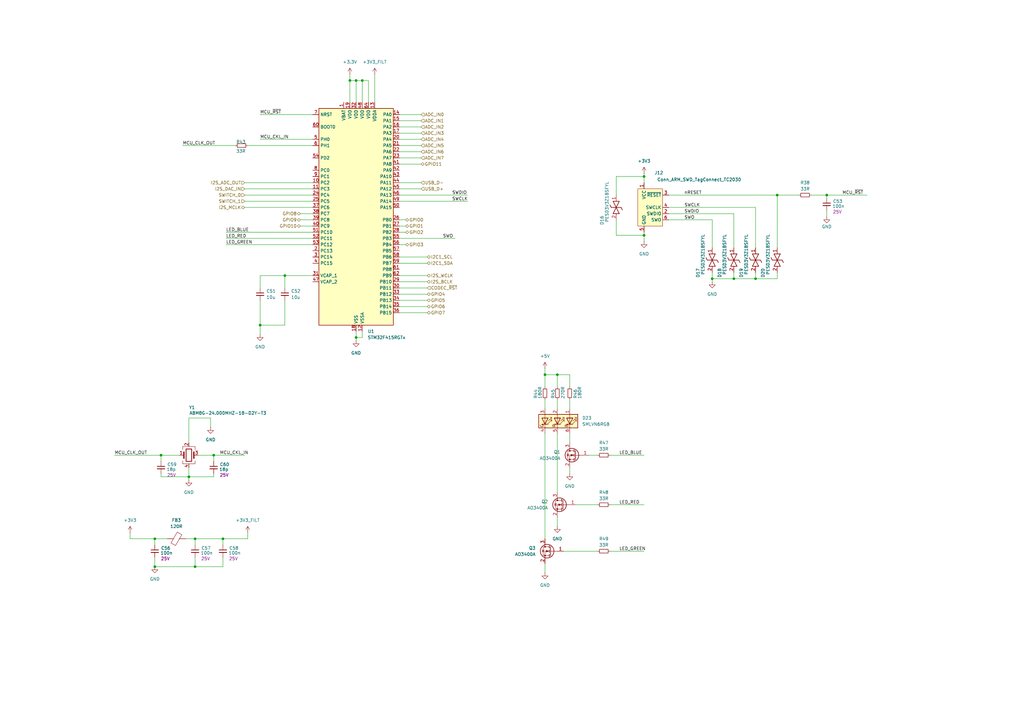
<source format=kicad_sch>
(kicad_sch (version 20231120) (generator "eeschema") (generator_version "8.0")
  (paper "A3")
  (lib_symbols
    (symbol "Chase_Diode:PESD3V3Z1BSFYL" (pin_names hide)
      (property "Reference" "D" (at 5.08 6.35 0))
      (property "Value" "PESD3V3Z1BSFYL" (at 5.08 3.81 0))
      (symbol "PESD3V3Z1BSFYL_1_1"
        (polyline (pts (xy 5.08 1.27) (xy 5.08 -1.27)) (stroke (width 0.254)))
        (polyline (pts (xy 5.08 1.27) (xy 7.62 0)) (stroke (width 0.254)))
        (polyline (pts (xy 7.62 -2.032) (xy 6.604 -2.54)) (stroke (width 0.254)))
        (polyline (pts (xy 7.62 -1.905) (xy 7.62 1.905)) (stroke (width 0.254)))
        (polyline (pts (xy 7.62 0) (xy 5.08 -1.27)) (stroke (width 0.254)))
        (polyline (pts (xy 7.62 0) (xy 10.16 1.27)) (stroke (width 0.254)))
        (polyline (pts (xy 8.636 2.54) (xy 7.62 2.032)) (stroke (width 0.254)))
        (polyline (pts (xy 10.16 -1.27) (xy 7.62 0)) (stroke (width 0.254)))
        (polyline (pts (xy 10.16 -1.27) (xy 10.16 1.27)) (stroke (width 0.254)))
        (pin passive line (at 2.54 0 0) (length 2.54) (name "K1") (number "1"))
        (pin passive line (at 12.7 0 180) (length 2.54) (name "K2") (number "2"))
      )
    )
    (symbol "Connector:Conn_ARM_SWD_TagConnect_TC2030" (in_bom no)
      (property "Reference" "J" (at 2.54 11.43 0))
      (property "Value" "Conn_ARM_SWD_TagConnect_TC2030" (at 5.08 8.89 0))
      (symbol "Conn_ARM_SWD_TagConnect_TC2030_0_0"
        (pin power_in line (at -2.54 10.16 270) (length 2.54) (name "VCC") (number "1"))
        (pin bidirectional line (at 7.62 -2.54 180) (length 2.54) (name "SWDIO") (number "2"))
        (pin open_collector line (at 7.62 5.08 180) (length 2.54) (name "~{RESET}") (number "3"))
        (pin output line (at 7.62 0 180) (length 2.54) (name "SWCLK") (number "4"))
        (pin power_in line (at -2.54 -10.16 90) (length 2.54) (name "GND") (number "5"))
        (pin input line (at 7.62 -5.08 180) (length 2.54) (name "SWO") (number "6"))
      )
      (symbol "Conn_ARM_SWD_TagConnect_TC2030_0_1"
        (rectangle (start -5.08 7.62) (end 5.08 -7.62) (fill (type background)))
      )
    )
    (symbol "Device:C_Small" (pin_numbers hide) (pin_names (offset 0.254) hide)
      (property "Reference" "C" (at 0.254 1.778 0))
      (property "Value" "C_Small" (at 0.254 -2.032 0))
      (symbol "C_Small_0_1"
        (polyline (pts (xy -1.524 -0.508) (xy 1.524 -0.508)) (stroke (width 0.3302)))
        (polyline (pts (xy -1.524 0.508) (xy 1.524 0.508)) (stroke (width 0.3048)))
      )
      (symbol "C_Small_1_1"
        (pin passive line (at 0 2.54 270) (length 2.032) (name "~") (number "1"))
        (pin passive line (at 0 -2.54 90) (length 2.032) (name "~") (number "2"))
      )
    )
    (symbol "Device:Crystal_GND24" (pin_names (offset 1.016) hide)
      (property "Reference" "Y" (at 3.175 5.08 0))
      (property "Value" "Crystal_GND24" (at 3.175 3.175 0))
      (symbol "Crystal_GND24_0_1"
        (rectangle (start -1.143 2.54) (end 1.143 -2.54) (stroke (width 0.3048)))
        (polyline (pts (xy -2.54 0) (xy -2.032 0)))
        (polyline (pts (xy -2.032 -1.27) (xy -2.032 1.27)) (stroke (width 0.508)))
        (polyline (pts (xy 0 -3.81) (xy 0 -3.556)))
        (polyline (pts (xy 0 3.556) (xy 0 3.81)))
        (polyline (pts (xy 2.032 -1.27) (xy 2.032 1.27)) (stroke (width 0.508)))
        (polyline (pts (xy 2.032 0) (xy 2.54 0)))
        (polyline (pts (xy -2.54 -2.286) (xy -2.54 -3.556) (xy 2.54 -3.556) (xy 2.54 -2.286)))
        (polyline (pts (xy -2.54 2.286) (xy -2.54 3.556) (xy 2.54 3.556) (xy 2.54 2.286)))
      )
      (symbol "Crystal_GND24_1_1"
        (pin passive line (at -3.81 0 0) (length 1.27) (name "1") (number "1"))
        (pin passive line (at 0 5.08 270) (length 1.27) (name "2") (number "2"))
        (pin passive line (at 3.81 0 180) (length 1.27) (name "3") (number "3"))
        (pin passive line (at 0 -5.08 90) (length 1.27) (name "4") (number "4"))
      )
    )
    (symbol "Device:FerriteBead" (pin_numbers hide) (pin_names (offset 0))
      (property "Reference" "FB" (at -3.81 0.635 90))
      (property "Value" "FerriteBead" (at 3.81 0 90))
      (symbol "FerriteBead_0_1"
        (polyline (pts (xy 0 -1.27) (xy 0 -1.2192)))
        (polyline (pts (xy 0 1.27) (xy 0 1.2954)))
        (polyline (pts (xy -2.7686 0.4064) (xy -1.7018 2.2606) (xy 2.7686 -0.3048) (xy 1.6764 -2.159) (xy -2.7686 0.4064)))
      )
      (symbol "FerriteBead_1_1"
        (pin passive line (at 0 3.81 270) (length 2.54) (name "~") (number "1"))
        (pin passive line (at 0 -3.81 90) (length 2.54) (name "~") (number "2"))
      )
    )
    (symbol "Device:R_Small" (pin_numbers hide) (pin_names (offset 0.254) hide)
      (property "Reference" "R" (at 0.762 0.508 0))
      (property "Value" "R_Small" (at 0.762 -1.016 0))
      (symbol "R_Small_0_1"
        (rectangle (start -0.762 1.778) (end 0.762 -1.778) (stroke (width 0.2032)))
      )
      (symbol "R_Small_1_1"
        (pin passive line (at 0 2.54 270) (length 0.762) (name "~") (number "1"))
        (pin passive line (at 0 -2.54 90) (length 0.762) (name "~") (number "2"))
      )
    )
    (symbol "LED:SMLVN6RGB" (pin_names (offset 0) hide)
      (property "Reference" "D" (at 0 12.7 0))
      (property "Value" "SMLVN6RGB" (at 0 10.16 0))
      (symbol "SMLVN6RGB_0_0"
        (text "B" (at 1.905 3.81 0) (effects (font (size 1.27 1.27))))
        (text "G" (at 1.905 -6.35 0) (effects (font (size 1.27 1.27))))
        (text "R" (at 1.905 -1.27 0) (effects (font (size 1.27 1.27))))
      )
      (symbol "SMLVN6RGB_0_1"
        (rectangle (start -2.794 8.382) (end 2.794 -7.62) (stroke (width 0.254)) (fill (type background)))
        (rectangle (start -1.27 -1.27) (end -1.27 1.27))
        (rectangle (start -1.27 1.27) (end -1.27 1.27))
        (rectangle (start -1.27 3.81) (end -1.27 6.35))
        (rectangle (start -1.27 6.35) (end -1.27 6.35))
        (polyline (pts (xy -1.27 -5.08) (xy -2.54 -5.08)))
        (polyline (pts (xy -1.27 0) (xy -2.54 0)))
        (polyline (pts (xy -1.27 0) (xy 1.27 0)))
        (polyline (pts (xy -1.27 5.08) (xy -2.54 5.08)))
        (polyline (pts (xy 1.27 -5.08) (xy -1.27 -5.08)))
        (polyline (pts (xy 1.27 -5.08) (xy 2.54 -5.08)))
        (polyline (pts (xy 1.27 -3.81) (xy 1.27 -6.35)) (stroke (width 0.254)))
        (polyline (pts (xy 1.27 0) (xy 2.54 0)))
        (polyline (pts (xy 1.27 1.27) (xy 1.27 -1.27)) (stroke (width 0.254)))
        (polyline (pts (xy 1.27 5.08) (xy -1.27 5.08)))
        (polyline (pts (xy 1.27 5.08) (xy 2.54 5.08)))
        (polyline (pts (xy 1.27 6.35) (xy 1.27 3.81)) (stroke (width 0.254)))
        (polyline (pts (xy 1.27 1.27) (xy 1.27 -1.27) (xy 1.27 -1.27)))
        (polyline (pts (xy 1.27 6.35) (xy 1.27 3.81) (xy 1.27 3.81)))
        (polyline (pts (xy -1.27 -3.81) (xy -1.27 -6.35) (xy 1.27 -5.08) (xy -1.27 -3.81)) (stroke (width 0.254)))
        (polyline (pts (xy -1.27 1.27) (xy -1.27 -1.27) (xy 1.27 0) (xy -1.27 1.27)) (stroke (width 0.254)))
        (polyline (pts (xy -1.27 6.35) (xy -1.27 3.81) (xy 1.27 5.08) (xy -1.27 6.35)) (stroke (width 0.254)))
        (polyline (pts (xy 0 -3.81) (xy -1.524 -2.286) (xy -0.762 -2.286) (xy -1.524 -2.286) (xy -1.524 -3.048)))
        (polyline (pts (xy 0 1.27) (xy -1.524 2.794) (xy -0.762 2.794) (xy -1.524 2.794) (xy -1.524 2.032)))
        (polyline (pts (xy 0 6.35) (xy -1.524 7.874) (xy -0.762 7.874) (xy -1.524 7.874) (xy -1.524 7.112)))
        (polyline (pts (xy 1.016 -3.81) (xy -0.508 -2.286) (xy 0.254 -2.286) (xy -0.508 -2.286) (xy -0.508 -3.048)))
        (polyline (pts (xy 1.016 1.27) (xy -0.508 2.794) (xy 0.254 2.794) (xy -0.508 2.794) (xy -0.508 2.032)))
        (polyline (pts (xy 1.016 6.35) (xy -0.508 7.874) (xy 0.254 7.874) (xy -0.508 7.874) (xy -0.508 7.112)))
      )
      (symbol "SMLVN6RGB_1_1"
        (pin passive line (at -5.08 5.08 0) (length 2.54) (name "BA") (number "1"))
        (pin passive line (at -5.08 0 0) (length 2.54) (name "RA") (number "2"))
        (pin passive line (at -5.08 -5.08 0) (length 2.54) (name "GA") (number "3"))
        (pin passive line (at 5.08 -5.08 180) (length 2.54) (name "GK") (number "4"))
        (pin passive line (at 5.08 0 180) (length 2.54) (name "RK") (number "5"))
        (pin passive line (at 5.08 5.08 180) (length 2.54) (name "BK") (number "6"))
      )
    )
    (symbol "MCU_ST_STM32F4:STM32F415RGTx"
      (property "Reference" "U" (at -15.24 46.99 0))
      (property "Value" "STM32F415RGTx" (at 10.16 46.99 0))
      (symbol "STM32F415RGTx_0_1"
        (rectangle (start -15.24 -43.18) (end 15.24 45.72) (stroke (width 0.254)) (fill (type background)))
      )
      (symbol "STM32F415RGTx_1_1"
        (pin power_in line (at -5.08 48.26 270) (length 2.54) (name "VBAT") (number "1"))
        (pin bidirectional line (at -17.78 15.24 0) (length 2.54) (name "PC2") (number "10"))
        (pin bidirectional line (at -17.78 12.7 0) (length 2.54) (name "PC3") (number "11"))
        (pin power_in line (at 2.54 -45.72 90) (length 2.54) (name "VSSA") (number "12"))
        (pin power_in line (at 7.62 48.26 270) (length 2.54) (name "VDDA") (number "13"))
        (pin bidirectional line (at 17.78 43.18 180) (length 2.54) (name "PA0") (number "14"))
        (pin bidirectional line (at 17.78 40.64 180) (length 2.54) (name "PA1") (number "15"))
        (pin bidirectional line (at 17.78 38.1 180) (length 2.54) (name "PA2") (number "16"))
        (pin bidirectional line (at 17.78 35.56 180) (length 2.54) (name "PA3") (number "17"))
        (pin power_in line (at 0 -45.72 90) (length 2.54) (name "VSS") (number "18"))
        (pin power_in line (at -2.54 48.26 270) (length 2.54) (name "VDD") (number "19"))
        (pin bidirectional line (at -17.78 -12.7 0) (length 2.54) (name "PC13") (number "2"))
        (pin bidirectional line (at 17.78 33.02 180) (length 2.54) (name "PA4") (number "20"))
        (pin bidirectional line (at 17.78 30.48 180) (length 2.54) (name "PA5") (number "21"))
        (pin bidirectional line (at 17.78 27.94 180) (length 2.54) (name "PA6") (number "22"))
        (pin bidirectional line (at 17.78 25.4 180) (length 2.54) (name "PA7") (number "23"))
        (pin bidirectional line (at -17.78 10.16 0) (length 2.54) (name "PC4") (number "24"))
        (pin bidirectional line (at -17.78 7.62 0) (length 2.54) (name "PC5") (number "25"))
        (pin bidirectional line (at 17.78 0 180) (length 2.54) (name "PB0") (number "26"))
        (pin bidirectional line (at 17.78 -2.54 180) (length 2.54) (name "PB1") (number "27"))
        (pin bidirectional line (at 17.78 -5.08 180) (length 2.54) (name "PB2") (number "28"))
        (pin bidirectional line (at 17.78 -25.4 180) (length 2.54) (name "PB10") (number "29"))
        (pin bidirectional line (at -17.78 -15.24 0) (length 2.54) (name "PC14") (number "3"))
        (pin bidirectional line (at 17.78 -27.94 180) (length 2.54) (name "PB11") (number "30"))
        (pin power_out line (at -17.78 -22.86 0) (length 2.54) (name "VCAP_1") (number "31"))
        (pin power_in line (at 0 48.26 270) (length 2.54) (name "VDD") (number "32"))
        (pin bidirectional line (at 17.78 -30.48 180) (length 2.54) (name "PB12") (number "33"))
        (pin bidirectional line (at 17.78 -33.02 180) (length 2.54) (name "PB13") (number "34"))
        (pin bidirectional line (at 17.78 -35.56 180) (length 2.54) (name "PB14") (number "35"))
        (pin bidirectional line (at 17.78 -38.1 180) (length 2.54) (name "PB15") (number "36"))
        (pin bidirectional line (at -17.78 5.08 0) (length 2.54) (name "PC6") (number "37"))
        (pin bidirectional line (at -17.78 2.54 0) (length 2.54) (name "PC7") (number "38"))
        (pin bidirectional line (at -17.78 0 0) (length 2.54) (name "PC8") (number "39"))
        (pin bidirectional line (at -17.78 -17.78 0) (length 2.54) (name "PC15") (number "4"))
        (pin bidirectional line (at -17.78 -2.54 0) (length 2.54) (name "PC9") (number "40"))
        (pin bidirectional line (at 17.78 22.86 180) (length 2.54) (name "PA8") (number "41"))
        (pin bidirectional line (at 17.78 20.32 180) (length 2.54) (name "PA9") (number "42"))
        (pin bidirectional line (at 17.78 17.78 180) (length 2.54) (name "PA10") (number "43"))
        (pin bidirectional line (at 17.78 15.24 180) (length 2.54) (name "PA11") (number "44"))
        (pin bidirectional line (at 17.78 12.7 180) (length 2.54) (name "PA12") (number "45"))
        (pin bidirectional line (at 17.78 10.16 180) (length 2.54) (name "PA13") (number "46"))
        (pin power_out line (at -17.78 -25.4 0) (length 2.54) (name "VCAP_2") (number "47"))
        (pin power_in line (at 2.54 48.26 270) (length 2.54) (name "VDD") (number "48"))
        (pin bidirectional line (at 17.78 7.62 180) (length 2.54) (name "PA14") (number "49"))
        (pin bidirectional line (at -17.78 33.02 0) (length 2.54) (name "PH0") (number "5"))
        (pin bidirectional line (at 17.78 5.08 180) (length 2.54) (name "PA15") (number "50"))
        (pin bidirectional line (at -17.78 -5.08 0) (length 2.54) (name "PC10") (number "51"))
        (pin bidirectional line (at -17.78 -7.62 0) (length 2.54) (name "PC11") (number "52"))
        (pin bidirectional line (at -17.78 -10.16 0) (length 2.54) (name "PC12") (number "53"))
        (pin bidirectional line (at -17.78 25.4 0) (length 2.54) (name "PD2") (number "54"))
        (pin bidirectional line (at 17.78 -7.62 180) (length 2.54) (name "PB3") (number "55"))
        (pin bidirectional line (at 17.78 -10.16 180) (length 2.54) (name "PB4") (number "56"))
        (pin bidirectional line (at 17.78 -12.7 180) (length 2.54) (name "PB5") (number "57"))
        (pin bidirectional line (at 17.78 -15.24 180) (length 2.54) (name "PB6") (number "58"))
        (pin bidirectional line (at 17.78 -17.78 180) (length 2.54) (name "PB7") (number "59"))
        (pin bidirectional line (at -17.78 30.48 0) (length 2.54) (name "PH1") (number "6"))
        (pin input line (at -17.78 38.1 0) (length 2.54) (name "BOOT0") (number "60"))
        (pin bidirectional line (at 17.78 -20.32 180) (length 2.54) (name "PB8") (number "61"))
        (pin bidirectional line (at 17.78 -22.86 180) (length 2.54) (name "PB9") (number "62"))
        (pin passive line (at 0 -45.72 90) (length 2.54) hide (name "VSS") (number "63"))
        (pin power_in line (at 5.08 48.26 270) (length 2.54) (name "VDD") (number "64"))
        (pin input line (at -17.78 43.18 0) (length 2.54) (name "NRST") (number "7"))
        (pin bidirectional line (at -17.78 20.32 0) (length 2.54) (name "PC0") (number "8"))
        (pin bidirectional line (at -17.78 17.78 0) (length 2.54) (name "PC1") (number "9"))
      )
    )
    (symbol "Transistor_FET:AO3400A" (pin_names hide)
      (property "Reference" "Q" (at 5.08 1.905 0))
      (property "Value" "AO3400A" (at 5.08 0 0))
      (symbol "AO3400A_0_1"
        (polyline (pts (xy 0.254 0) (xy -2.54 0)))
        (polyline (pts (xy 0.254 1.905) (xy 0.254 -1.905)) (stroke (width 0.254)))
        (polyline (pts (xy 0.762 -1.27) (xy 0.762 -2.286)) (stroke (width 0.254)))
        (polyline (pts (xy 0.762 0.508) (xy 0.762 -0.508)) (stroke (width 0.254)))
        (polyline (pts (xy 0.762 2.286) (xy 0.762 1.27)) (stroke (width 0.254)))
        (polyline (pts (xy 2.54 2.54) (xy 2.54 1.778)))
        (polyline (pts (xy 2.54 -2.54) (xy 2.54 0) (xy 0.762 0)))
        (polyline (pts (xy 0.762 -1.778) (xy 3.302 -1.778) (xy 3.302 1.778) (xy 0.762 1.778)))
        (polyline (pts (xy 1.016 0) (xy 2.032 0.381) (xy 2.032 -0.381) (xy 1.016 0)) (fill (type outline)))
        (polyline (pts (xy 2.794 0.508) (xy 2.921 0.381) (xy 3.683 0.381) (xy 3.81 0.254)))
        (polyline (pts (xy 3.302 0.381) (xy 2.921 -0.254) (xy 3.683 -0.254) (xy 3.302 0.381)))
        (circle (center 1.651 0) (radius 2.794) (stroke (width 0.254)))
        (circle (center 2.54 -1.778) (radius 0.254) (fill (type outline)))
        (circle (center 2.54 1.778) (radius 0.254) (fill (type outline)))
      )
      (symbol "AO3400A_1_1"
        (pin input line (at -5.08 0 0) (length 2.54) (name "G") (number "1"))
        (pin passive line (at 2.54 -5.08 90) (length 2.54) (name "S") (number "2"))
        (pin passive line (at 2.54 5.08 270) (length 2.54) (name "D") (number "3"))
      )
    )
    (symbol "power:+3.3V" (power) (pin_numbers hide) (pin_names (offset 0) hide)
      (property "Value" "+3.3V" (at 0 3.556 0))
      (symbol "+3.3V_0_1"
        (polyline (pts (xy -0.762 1.27) (xy 0 2.54)))
        (polyline (pts (xy 0 0) (xy 0 2.54)))
        (polyline (pts (xy 0 2.54) (xy 0.762 1.27)))
      )
      (symbol "+3.3V_1_1"
        (pin power_in line (at 0 0 90) (length 0) (name "~") (number "1"))
      )
    )
    (symbol "power:+3V3" (power) (pin_numbers hide) (pin_names (offset 0) hide)
      (property "Value" "+3V3" (at 0 3.556 0))
      (symbol "+3V3_0_1"
        (polyline (pts (xy -0.762 1.27) (xy 0 2.54)))
        (polyline (pts (xy 0 0) (xy 0 2.54)))
        (polyline (pts (xy 0 2.54) (xy 0.762 1.27)))
      )
      (symbol "+3V3_1_1"
        (pin power_in line (at 0 0 90) (length 0) (name "~") (number "1"))
      )
    )
    (symbol "power:+5V" (power) (pin_numbers hide) (pin_names (offset 0) hide)
      (property "Value" "+5V" (at 0 3.556 0))
      (symbol "+5V_0_1"
        (polyline (pts (xy -0.762 1.27) (xy 0 2.54)))
        (polyline (pts (xy 0 0) (xy 0 2.54)))
        (polyline (pts (xy 0 2.54) (xy 0.762 1.27)))
      )
      (symbol "+5V_1_1"
        (pin power_in line (at 0 0 90) (length 0) (name "~") (number "1"))
      )
    )
    (symbol "power:GND" (power) (pin_numbers hide) (pin_names (offset 0) hide)
      (property "Value" "GND" (at 0 -3.81 0))
      (symbol "GND_0_1"
        (polyline (pts (xy 0 0) (xy 0 -1.27) (xy 1.27 -1.27) (xy 0 -2.54) (xy -1.27 -1.27) (xy 0 -1.27)))
      )
      (symbol "GND_1_1"
        (pin power_in line (at 0 0 270) (length 0) (name "~") (number "1"))
      )
    )
  )
  (junction (at 228.6 153.67))
  (junction (at 148.59 33.02))
  (junction (at 87.63 186.69))
  (junction (at 63.5 220.98))
  (junction (at 91.44 220.98))
  (junction (at 223.52 153.67))
  (junction (at 264.16 72.39))
  (junction (at 77.47 195.58))
  (junction (at 106.68 133.35))
  (junction (at 116.84 113.03))
  (junction (at 80.01 232.41))
  (junction (at 300.99 114.3))
  (junction (at 146.05 33.02))
  (junction (at 66.04 186.69))
  (junction (at 80.01 220.98))
  (junction (at 318.77 80.01))
  (junction (at 339.09 80.01))
  (junction (at 309.88 114.3))
  (junction (at 292.1 114.3))
  (junction (at 264.16 96.52))
  (junction (at 143.51 33.02))
  (junction (at 146.05 138.43))
  (junction (at 63.5 232.41))
  (wire (pts (xy 146.05 135.89) (xy 146.05 138.43)))
  (wire (pts (xy 163.83 82.55) (xy 191.77 82.55)))
  (wire (pts (xy 233.68 191.77) (xy 233.68 194.31)))
  (wire (pts (xy 309.88 85.09) (xy 309.88 101.6)))
  (wire (pts (xy 223.52 153.67) (xy 223.52 158.75)))
  (wire (pts (xy 101.6 218.44) (xy 101.6 220.98)))
  (wire (pts (xy 264.16 71.12) (xy 264.16 72.39)))
  (wire (pts (xy 250.19 226.06) (xy 264.16 226.06)))
  (wire (pts (xy 66.04 186.69) (xy 73.66 186.69)))
  (wire (pts (xy 146.05 33.02) (xy 146.05 41.91)))
  (wire (pts (xy 163.83 118.11) (xy 175.26 118.11)))
  (wire (pts (xy 100.33 80.01) (xy 128.27 80.01)))
  (wire (pts (xy 163.83 80.01) (xy 191.77 80.01)))
  (wire (pts (xy 339.09 86.36) (xy 339.09 88.9)))
  (wire (pts (xy 80.01 220.98) (xy 91.44 220.98)))
  (wire (pts (xy 318.77 80.01) (xy 327.66 80.01)))
  (wire (pts (xy 116.84 113.03) (xy 106.68 113.03)))
  (wire (pts (xy 146.05 138.43) (xy 148.59 138.43)))
  (wire (pts (xy 163.83 46.99) (xy 172.72 46.99)))
  (wire (pts (xy 87.63 186.69) (xy 87.63 189.23)))
  (wire (pts (xy 163.83 120.65) (xy 175.26 120.65)))
  (wire (pts (xy 106.68 113.03) (xy 106.68 118.11)))
  (wire (pts (xy 77.47 191.77) (xy 77.47 195.58)))
  (wire (pts (xy 106.68 46.99) (xy 128.27 46.99)))
  (wire (pts (xy 163.83 125.73) (xy 175.26 125.73)))
  (wire (pts (xy 252.73 96.52) (xy 264.16 96.52)))
  (wire (pts (xy 100.33 74.93) (xy 128.27 74.93)))
  (wire (pts (xy 223.52 163.83) (xy 223.52 167.64)))
  (wire (pts (xy 100.33 77.47) (xy 128.27 77.47)))
  (wire (pts (xy 146.05 138.43) (xy 146.05 139.7)))
  (wire (pts (xy 228.6 163.83) (xy 228.6 167.64)))
  (wire (pts (xy 233.68 177.8) (xy 233.68 181.61)))
  (wire (pts (xy 92.71 95.25) (xy 128.27 95.25)))
  (wire (pts (xy 116.84 123.19) (xy 116.84 133.35)))
  (wire (pts (xy 231.14 226.06) (xy 245.11 226.06)))
  (wire (pts (xy 252.73 80.01) (xy 252.73 72.39)))
  (wire (pts (xy 300.99 87.63) (xy 300.99 101.6)))
  (wire (pts (xy 228.6 158.75) (xy 228.6 153.67)))
  (wire (pts (xy 80.01 228.6) (xy 80.01 232.41)))
  (wire (pts (xy 92.71 97.79) (xy 128.27 97.79)))
  (wire (pts (xy 318.77 80.01) (xy 318.77 101.6)))
  (wire (pts (xy 91.44 220.98) (xy 91.44 223.52)))
  (wire (pts (xy 163.83 74.93) (xy 172.72 74.93)))
  (wire (pts (xy 87.63 195.58) (xy 77.47 195.58)))
  (wire (pts (xy 123.19 87.63) (xy 128.27 87.63)))
  (wire (pts (xy 264.16 96.52) (xy 264.16 99.06)))
  (wire (pts (xy 128.27 113.03) (xy 116.84 113.03)))
  (wire (pts (xy 123.19 90.17) (xy 128.27 90.17)))
  (wire (pts (xy 163.83 59.69) (xy 172.72 59.69)))
  (wire (pts (xy 309.88 114.3) (xy 300.99 114.3)))
  (wire (pts (xy 163.83 128.27) (xy 175.26 128.27)))
  (wire (pts (xy 163.83 49.53) (xy 172.72 49.53)))
  (wire (pts (xy 91.44 228.6) (xy 91.44 232.41)))
  (wire (pts (xy 292.1 90.17) (xy 292.1 101.6)))
  (wire (pts (xy 106.68 133.35) (xy 106.68 137.16)))
  (wire (pts (xy 143.51 30.48) (xy 143.51 33.02)))
  (wire (pts (xy 163.83 107.95) (xy 175.26 107.95)))
  (wire (pts (xy 77.47 171.45) (xy 86.36 171.45)))
  (wire (pts (xy 292.1 111.76) (xy 292.1 114.3)))
  (wire (pts (xy 76.2 220.98) (xy 80.01 220.98)))
  (wire (pts (xy 300.99 114.3) (xy 292.1 114.3)))
  (wire (pts (xy 228.6 212.09) (xy 228.6 215.9)))
  (wire (pts (xy 163.83 95.25) (xy 166.37 95.25)))
  (wire (pts (xy 300.99 111.76) (xy 300.99 114.3)))
  (wire (pts (xy 163.83 105.41) (xy 175.26 105.41)))
  (wire (pts (xy 264.16 72.39) (xy 264.16 74.93)))
  (wire (pts (xy 91.44 220.98) (xy 101.6 220.98)))
  (wire (pts (xy 223.52 151.13) (xy 223.52 153.67)))
  (wire (pts (xy 100.33 82.55) (xy 128.27 82.55)))
  (wire (pts (xy 223.52 231.14) (xy 223.52 234.95)))
  (wire (pts (xy 252.73 72.39) (xy 264.16 72.39)))
  (wire (pts (xy 163.83 62.23) (xy 172.72 62.23)))
  (wire (pts (xy 77.47 181.61) (xy 77.47 171.45)))
  (wire (pts (xy 66.04 186.69) (xy 66.04 189.23)))
  (wire (pts (xy 53.34 220.98) (xy 63.5 220.98)))
  (wire (pts (xy 163.83 97.79) (xy 186.69 97.79)))
  (wire (pts (xy 77.47 195.58) (xy 77.47 196.85)))
  (wire (pts (xy 123.19 92.71) (xy 128.27 92.71)))
  (wire (pts (xy 163.83 52.07) (xy 172.72 52.07)))
  (wire (pts (xy 250.19 207.01) (xy 264.16 207.01)))
  (wire (pts (xy 116.84 133.35) (xy 106.68 133.35)))
  (wire (pts (xy 66.04 195.58) (xy 66.04 194.31)))
  (wire (pts (xy 223.52 177.8) (xy 223.52 220.98)))
  (wire (pts (xy 146.05 33.02) (xy 148.59 33.02)))
  (wire (pts (xy 106.68 57.15) (xy 128.27 57.15)))
  (wire (pts (xy 163.83 123.19) (xy 175.26 123.19)))
  (wire (pts (xy 228.6 177.8) (xy 228.6 201.93)))
  (wire (pts (xy 86.36 171.45) (xy 86.36 175.26)))
  (wire (pts (xy 63.5 232.41) (xy 80.01 232.41)))
  (wire (pts (xy 153.67 30.48) (xy 153.67 41.91)))
  (wire (pts (xy 143.51 33.02) (xy 146.05 33.02)))
  (wire (pts (xy 236.22 207.01) (xy 245.11 207.01)))
  (wire (pts (xy 163.83 90.17) (xy 166.37 90.17)))
  (wire (pts (xy 274.32 90.17) (xy 292.1 90.17)))
  (wire (pts (xy 339.09 80.01) (xy 339.09 81.28)))
  (wire (pts (xy 148.59 33.02) (xy 148.59 41.91)))
  (wire (pts (xy 63.5 220.98) (xy 68.58 220.98)))
  (wire (pts (xy 163.83 115.57) (xy 175.26 115.57)))
  (wire (pts (xy 318.77 114.3) (xy 309.88 114.3)))
  (wire (pts (xy 163.83 92.71) (xy 166.37 92.71)))
  (wire (pts (xy 101.6 59.69) (xy 128.27 59.69)))
  (wire (pts (xy 81.28 186.69) (xy 87.63 186.69)))
  (wire (pts (xy 163.83 100.33) (xy 166.37 100.33)))
  (wire (pts (xy 148.59 135.89) (xy 148.59 138.43)))
  (wire (pts (xy 53.34 218.44) (xy 53.34 220.98)))
  (wire (pts (xy 250.19 186.69) (xy 264.16 186.69)))
  (wire (pts (xy 151.13 41.91) (xy 151.13 33.02)))
  (wire (pts (xy 66.04 195.58) (xy 77.47 195.58)))
  (wire (pts (xy 92.71 100.33) (xy 128.27 100.33)))
  (wire (pts (xy 46.99 186.69) (xy 66.04 186.69)))
  (wire (pts (xy 233.68 163.83) (xy 233.68 167.64)))
  (wire (pts (xy 274.32 80.01) (xy 318.77 80.01)))
  (wire (pts (xy 87.63 194.31) (xy 87.63 195.58)))
  (wire (pts (xy 163.83 64.77) (xy 172.72 64.77)))
  (wire (pts (xy 80.01 232.41) (xy 91.44 232.41)))
  (wire (pts (xy 63.5 223.52) (xy 63.5 220.98)))
  (wire (pts (xy 87.63 186.69) (xy 100.33 186.69)))
  (wire (pts (xy 163.83 67.31) (xy 172.72 67.31)))
  (wire (pts (xy 80.01 220.98) (xy 80.01 223.52)))
  (wire (pts (xy 163.83 77.47) (xy 172.72 77.47)))
  (wire (pts (xy 264.16 95.25) (xy 264.16 96.52)))
  (wire (pts (xy 163.83 57.15) (xy 172.72 57.15)))
  (wire (pts (xy 74.93 59.69) (xy 96.52 59.69)))
  (wire (pts (xy 233.68 158.75) (xy 233.68 153.67)))
  (wire (pts (xy 106.68 123.19) (xy 106.68 133.35)))
  (wire (pts (xy 163.83 54.61) (xy 172.72 54.61)))
  (wire (pts (xy 143.51 33.02) (xy 143.51 41.91)))
  (wire (pts (xy 63.5 228.6) (xy 63.5 232.41)))
  (wire (pts (xy 163.83 113.03) (xy 175.26 113.03)))
  (wire (pts (xy 309.88 111.76) (xy 309.88 114.3)))
  (wire (pts (xy 241.3 186.69) (xy 245.11 186.69)))
  (wire (pts (xy 274.32 85.09) (xy 309.88 85.09)))
  (wire (pts (xy 116.84 113.03) (xy 116.84 118.11)))
  (wire (pts (xy 318.77 111.76) (xy 318.77 114.3)))
  (wire (pts (xy 148.59 33.02) (xy 151.13 33.02)))
  (wire (pts (xy 233.68 153.67) (xy 228.6 153.67)))
  (wire (pts (xy 100.33 85.09) (xy 128.27 85.09)))
  (wire (pts (xy 339.09 80.01) (xy 355.6 80.01)))
  (wire (pts (xy 252.73 90.17) (xy 252.73 96.52)))
  (wire (pts (xy 332.74 80.01) (xy 339.09 80.01)))
  (wire (pts (xy 292.1 114.3) (xy 292.1 115.57)))
  (wire (pts (xy 223.52 153.67) (xy 228.6 153.67)))
  (wire (pts (xy 274.32 87.63) (xy 300.99 87.63)))
  (label "nRESET" (at 280.67 80.01 0))
  (label "SWCLK" (at 185.42 82.55 0))
  (label "LED_RED" (at 92.71 97.79 0))
  (label "SWCLK" (at 280.67 85.09 0))
  (label "LED_RED" (at 254 207.01 0))
  (label "SWDIO" (at 280.67 87.63 0))
  (label "MCU_CKL_IN" (at 106.68 57.15 0))
  (label "MCU_~{RST}" (at 106.68 46.99 0))
  (label "SWDIO" (at 185.42 80.01 0))
  (label "MCU_CLK_OUT" (at 46.99 186.69 0))
  (label "LED_BLUE" (at 92.71 95.25 0))
  (label "MCU_CKL_IN" (at 90.17 186.69 0))
  (label "MCU_CLK_OUT" (at 74.93 59.69 0))
  (label "MCU_~{RST}" (at 345.44 80.01 0))
  (label "LED_GREEN" (at 254 226.06 0))
  (label "SWO" (at 181.61 97.79 0))
  (label "LED_BLUE" (at 254 186.69 0))
  (label "LED_GREEN" (at 92.71 100.33 0))
  (label "SWO" (at 280.67 90.17 0))
  (hierarchical_label "ADC_IN5" (shape input) (at 172.72 59.69 0))
  (hierarchical_label "GPIO1" (shape bidirectional) (at 166.37 92.71 0))
  (hierarchical_label "GPIO7" (shape bidirectional) (at 175.26 128.27 0))
  (hierarchical_label "I2S_WCLK" (shape bidirectional) (at 175.26 113.03 0))
  (hierarchical_label "USB_D-" (shape input) (at 172.72 74.93 0))
  (hierarchical_label "ADC_IN1" (shape input) (at 172.72 49.53 0))
  (hierarchical_label "GPIO8" (shape bidirectional) (at 123.19 87.63 180))
  (hierarchical_label "I2S_BCLK" (shape bidirectional) (at 175.26 115.57 0))
  (hierarchical_label "I2S_MCLK" (shape bidirectional) (at 100.33 85.09 180))
  (hierarchical_label "ADC_IN3" (shape input) (at 172.72 54.61 0))
  (hierarchical_label "ADC_IN6" (shape input) (at 172.72 62.23 0))
  (hierarchical_label "GPIO5" (shape bidirectional) (at 175.26 123.19 0))
  (hierarchical_label "I2S_DAC_IN" (shape input) (at 100.33 77.47 180))
  (hierarchical_label "ADC_IN7" (shape input) (at 172.72 64.77 0))
  (hierarchical_label "SWITCH_0" (shape input) (at 100.33 80.01 180))
  (hierarchical_label "I2S_ADC_OUT" (shape input) (at 100.33 74.93 180))
  (hierarchical_label "GPIO6" (shape bidirectional) (at 175.26 125.73 0))
  (hierarchical_label "I2C1_SCL" (shape bidirectional) (at 175.26 105.41 0))
  (hierarchical_label "SWITCH_1" (shape input) (at 100.33 82.55 180))
  (hierarchical_label "GPIO4" (shape bidirectional) (at 175.26 120.65 0))
  (hierarchical_label "ADC_IN4" (shape input) (at 172.72 57.15 0))
  (hierarchical_label "I2C1_SDA" (shape bidirectional) (at 175.26 107.95 0))
  (hierarchical_label "CODEC_~{RST}" (shape input) (at 175.26 118.11 0))
  (hierarchical_label "GPIO10" (shape bidirectional) (at 123.19 92.71 180))
  (hierarchical_label "ADC_IN0" (shape input) (at 172.72 46.99 0))
  (hierarchical_label "GPIO3" (shape bidirectional) (at 166.37 100.33 0))
  (hierarchical_label "GPIO2" (shape bidirectional) (at 166.37 95.25 0))
  (hierarchical_label "GPIO9" (shape bidirectional) (at 123.19 90.17 180))
  (hierarchical_label "USB_D+" (shape input) (at 172.72 77.47 0))
  (hierarchical_label "GPIO11" (shape bidirectional) (at 172.72 67.31 0))
  (hierarchical_label "ADC_IN2" (shape input) (at 172.72 52.07 0))
  (hierarchical_label "GPIO0" (shape bidirectional) (at 166.37 90.17 0))
  (symbol (lib_id "LED:SMLVN6RGB") (at 228.6 172.72 270) (unit 1)
    (property "Reference" "D23" (at 238.76 171.4499 90) (effects (justify left)))
    (property "Value" "SMLVN6RGB" (at 238.76 173.9899 90) (effects (justify left)))
    (property "Footprint" "LED_SMD:LED_ROHM_SMLVN6" (effects (hide yes)))
    (property "Datasheet" "https://www.rohm.com/datasheet/SMLVN6RGB1U" (effects (hide yes)))
    (property "Description" "High Brightness Tri-Color LED, RGB, 3.5x2.8mm" (effects (hide yes)))
  )
  (symbol (lib_id "Transistor_FET:AO3400A") (at 236.22 186.69 0) (mirror y) (unit 1)
    (property "Reference" "Q1" (at 229.87 185.4199 0) (effects (justify left)))
    (property "Value" "AO3400A" (at 229.87 187.9599 0) (effects (justify left)))
    (property "Footprint" "Package_TO_SOT_SMD:SOT-23" (effects (hide yes)))
    (property "Datasheet" "http://www.aosmd.com/pdfs/datasheet/AO3400A.pdf" (effects (hide yes)))
    (property "Description" "30V Vds, 5.7A Id, N-Channel MOSFET, SOT-23" (effects (hide yes)))
  )
  (symbol (lib_id "power:+3.3V") (at 143.51 30.48 0) (unit 1)
    (property "Reference" "#PWR066" (effects (hide yes)))
    (property "Value" "+3.3V" (at 143.51 25.4 0))
    (property "Description" "Power symbol creates a global label with name \"+3.3V\"" (effects (hide yes)))
  )
  (symbol (lib_id "Device:Crystal_GND24") (at 77.47 186.69 0) (unit 1)
    (property "Reference" "Y1" (at 78.74 167.132 0))
    (property "Value" "ABM8G-24.000MHZ-18-D2Y-T3" (at 93.472 169.418 0))
    (property "Footprint" "Crystal:Crystal_SMD_Abracon_ABM8G-4Pin_3.2x2.5mm" (effects (hide yes)))
    (property "Description" "Four pin crystal, GND on pins 2 and 4" (effects (hide yes)))
  )
  (symbol (lib_id "Device:C_Small") (at 87.63 191.77 0) (unit 1)
    (property "Reference" "C60" (at 90.17 190.5062 0) (effects (justify left)))
    (property "Value" "18p" (at 89.916 192.532 0) (effects (justify left)))
    (property "Footprint" "Capacitor_SMD:C_0402_1005Metric" (effects (hide yes)))
    (property "Description" "Unpolarized capacitor, small symbol" (effects (hide yes)))
    (property "MPN" "MBAST105SB7104KFNA01" (effects (hide yes)))
    (property "MF" "TAIYO YUDEN " (effects (hide yes)))
    (property "OC_MOUSER" "963-BAST105SB7104KF" (effects (hide yes)))
    (property "Voltage" "25V" (at 91.948 194.818 0))
  )
  (symbol (lib_id "Device:R_Small") (at 247.65 207.01 90) (unit 1)
    (property "Reference" "R48" (at 247.65 201.93 90))
    (property "Value" "33R" (at 247.65 204.47 90))
    (property "Footprint" "Resistor_SMD:R_0402_1005Metric_Pad0.72x0.64mm_HandSolder" (effects (hide yes)))
    (property "Description" "Resistor, small symbol" (effects (hide yes)))
  )
  (symbol (lib_id "Device:C_Small") (at 106.68 120.65 0) (unit 1)
    (property "Reference" "C51" (at 109.22 119.3862 0) (effects (justify left)))
    (property "Value" "10u" (at 109.22 121.9262 0) (effects (justify left)))
    (property "Footprint" "Capacitor_SMD:C_0805_2012Metric" (effects (hide yes)))
    (property "Description" "Unpolarized capacitor, small symbol" (effects (hide yes)))
    (property "MF" "Samsung Electro-Mechanics " (effects (hide yes)))
    (property "MPN" "CL21B106KOQNNNG " (effects (hide yes)))
    (property "OC_MOUSER" "187-CL21B106KOQNNNG" (effects (hide yes)))
  )
  (symbol (lib_id "power:GND") (at 63.5 232.41 0) (unit 1)
    (property "Reference" "#PWR078" (effects (hide yes)))
    (property "Value" "GND" (at 63.5 237.49 0))
    (property "Description" "Power symbol creates a global label with name \"GND\" , ground" (effects (hide yes)))
  )
  (symbol (lib_id "Device:C_Small") (at 91.44 226.06 0) (unit 1)
    (property "Reference" "C58" (at 93.98 224.7962 0) (effects (justify left)))
    (property "Value" "100n" (at 93.726 226.822 0) (effects (justify left)))
    (property "Footprint" "Capacitor_SMD:C_0402_1005Metric" (effects (hide yes)))
    (property "Description" "Unpolarized capacitor, small symbol" (effects (hide yes)))
    (property "MPN" "MBAST105SB7104KFNA01" (effects (hide yes)))
    (property "MF" "TAIYO YUDEN " (effects (hide yes)))
    (property "OC_MOUSER" "963-BAST105SB7104KF" (effects (hide yes)))
    (property "Voltage" "25V" (at 95.758 229.108 0))
  )
  (symbol (lib_id "power:GND") (at 106.68 137.16 0) (unit 1)
    (property "Reference" "#PWR067" (effects (hide yes)))
    (property "Value" "GND" (at 106.68 142.24 0))
    (property "Description" "Power symbol creates a global label with name \"GND\" , ground" (effects (hide yes)))
  )
  (symbol (lib_id "power:GND") (at 86.36 175.26 0) (unit 1)
    (property "Reference" "#PWR084" (effects (hide yes)))
    (property "Value" "GND" (at 86.36 180.34 0))
    (property "Description" "Power symbol creates a global label with name \"GND\" , ground" (effects (hide yes)))
  )
  (symbol (lib_id "power:+3V3") (at 153.67 30.48 0) (unit 1)
    (property "Reference" "#PWR079" (effects (hide yes)))
    (property "Value" "+3V3_FILT" (at 153.67 25.4 0))
    (property "Description" "Power symbol creates a global label with name \"+3V3\"" (effects (hide yes)))
  )
  (symbol (lib_id "Chase_Diode:PESD3V3Z1BSFYL") (at 318.77 99.06 270) (unit 1)
    (property "Reference" "D20" (at 312.928 109.982 0) (effects (justify left)))
    (property "Value" "PESD3V3Z1BSFYL" (at 314.96 96.012 0) (effects (justify left)))
    (property "Datasheet" "https://assets.nexperia.com/documents/data-sheet/PESD3V3Z1BSF.pdf" (effects (hide yes)))
    (property "Description" "PESD3V3Z1BSF - Extremely low capacitance bidirectional ESD protection diode" (effects (hide yes)))
    (property "Mouser Part Number" "771-PESD3V3Z1BSFYL" (effects (hide yes)))
    (property "Mouser Price/Stock" "https://www.mouser.co.uk/ProductDetail/Nexperia/PESD3V3Z1BSFYL?qs=%252BEew9%252B0nqrB3Csg8iRki7Q%3D%3D" (effects (hide yes)))
    (property "Manufacturer_Name" "Nexperia" (effects (hide yes)))
    (property "Manufacturer_Part_Number" "PESD3V3Z1BSFYL" (effects (hide yes)))
  )
  (symbol (lib_id "Device:C_Small") (at 80.01 226.06 0) (unit 1)
    (property "Reference" "C57" (at 82.55 224.7962 0) (effects (justify left)))
    (property "Value" "100n" (at 82.296 226.822 0) (effects (justify left)))
    (property "Footprint" "Capacitor_SMD:C_0402_1005Metric" (effects (hide yes)))
    (property "Description" "Unpolarized capacitor, small symbol" (effects (hide yes)))
    (property "MPN" "MBAST105SB7104KFNA01" (effects (hide yes)))
    (property "MF" "TAIYO YUDEN " (effects (hide yes)))
    (property "OC_MOUSER" "963-BAST105SB7104KF" (effects (hide yes)))
    (property "Voltage" "25V" (at 84.328 229.108 0))
  )
  (symbol (lib_id "Device:C_Small") (at 339.09 83.82 0) (unit 1)
    (property "Reference" "C53" (at 341.63 82.5562 0) (effects (justify left)))
    (property "Value" "100n" (at 341.376 84.582 0) (effects (justify left)))
    (property "Footprint" "Capacitor_SMD:C_0402_1005Metric" (effects (hide yes)))
    (property "Description" "Unpolarized capacitor, small symbol" (effects (hide yes)))
    (property "MPN" "MBAST105SB7104KFNA01" (effects (hide yes)))
    (property "MF" "TAIYO YUDEN " (effects (hide yes)))
    (property "OC_MOUSER" "963-BAST105SB7104KF" (effects (hide yes)))
    (property "Voltage" "25V" (at 343.408 86.868 0))
  )
  (symbol (lib_id "Device:R_Small") (at 223.52 161.29 180) (unit 1)
    (property "Reference" "R44" (at 219.71 161.544 90))
    (property "Value" "180R" (at 221.488 161.036 90))
    (property "Footprint" "Resistor_SMD:R_0402_1005Metric_Pad0.72x0.64mm_HandSolder" (effects (hide yes)))
    (property "Description" "Resistor, small symbol" (effects (hide yes)))
  )
  (symbol (lib_id "power:+3V3") (at 264.16 71.12 0) (unit 1)
    (property "Reference" "#PWR068" (effects (hide yes)))
    (property "Value" "+3V3" (at 264.16 66.04 0))
    (property "Description" "Power symbol creates a global label with name \"+3V3\"" (effects (hide yes)))
  )
  (symbol (lib_id "power:+3V3") (at 53.34 218.44 0) (unit 1)
    (property "Reference" "#PWR076" (effects (hide yes)))
    (property "Value" "+3V3" (at 53.34 213.36 0))
    (property "Description" "Power symbol creates a global label with name \"+3V3\"" (effects (hide yes)))
  )
  (symbol (lib_id "Device:FerriteBead") (at 72.39 220.98 90) (unit 1)
    (property "Reference" "FB3" (at 72.3392 213.36 90))
    (property "Value" "120R" (at 72.3392 215.9 90))
    (property "Footprint" "Inductor_SMD:L_0603_1608Metric" (effects (hide yes)))
    (property "Description" "Ferrite bead" (effects (hide yes)))
    (property "MF" "Murata Electronics " (effects (hide yes)))
    (property "MPN" "BLM18KG121TN1D " (effects (hide yes)))
    (property "OC_MOUSER" "81-BLM18KG121TN1D" (effects (hide yes)))
  )
  (symbol (lib_id "power:+5V") (at 223.52 151.13 0) (unit 1)
    (property "Reference" "#PWR086" (effects (hide yes)))
    (property "Value" "+5V" (at 223.52 146.05 0))
    (property "Description" "Power symbol creates a global label with name \"+5V\"" (effects (hide yes)))
  )
  (symbol (lib_id "Connector:Conn_ARM_SWD_TagConnect_TC2030") (at 266.7 85.09 0) (unit 1) (in_bom no)
    (property "Reference" "J12" (at 272.034 70.866 0) (effects (justify right)))
    (property "Value" "Conn_ARM_SWD_TagConnect_TC2030" (at 304.038 73.66 0) (effects (justify right)))
    (property "Footprint" "Connector:Tag-Connect_TC2030-IDC-FP_2x03_P1.27mm_Vertical" (effects (hide yes)))
    (property "Datasheet" "https://www.tag-connect.com/wp-content/uploads/bsk-pdf-manager/TC2030-CTX_1.pdf" (effects (hide yes)))
    (property "Description" "Tag-Connect ARM Cortex SWD JTAG connector, 6 pin" (effects (hide yes)))
  )
  (symbol (lib_id "power:GND") (at 146.05 139.7 0) (unit 1)
    (property "Reference" "#PWR065" (effects (hide yes)))
    (property "Value" "GND" (at 146.05 144.78 0))
    (property "Description" "Power symbol creates a global label with name \"GND\" , ground" (effects (hide yes)))
  )
  (symbol (lib_id "power:GND") (at 264.16 99.06 0) (unit 1)
    (property "Reference" "#PWR070" (effects (hide yes)))
    (property "Value" "GND" (at 264.16 104.14 0))
    (property "Description" "Power symbol creates a global label with name \"GND\" , ground" (effects (hide yes)))
  )
  (symbol (lib_id "Device:R_Small") (at 330.2 80.01 90) (unit 1)
    (property "Reference" "R38" (at 330.2 74.93 90))
    (property "Value" "33R" (at 330.2 77.47 90))
    (property "Footprint" "Resistor_SMD:R_0402_1005Metric_Pad0.72x0.64mm_HandSolder" (effects (hide yes)))
    (property "Description" "Resistor, small symbol" (effects (hide yes)))
  )
  (symbol (lib_id "Transistor_FET:AO3400A") (at 231.14 207.01 0) (mirror y) (unit 1)
    (property "Reference" "Q2" (at 224.79 205.7399 0) (effects (justify left)))
    (property "Value" "AO3400A" (at 224.79 208.2799 0) (effects (justify left)))
    (property "Footprint" "Package_TO_SOT_SMD:SOT-23" (effects (hide yes)))
    (property "Datasheet" "http://www.aosmd.com/pdfs/datasheet/AO3400A.pdf" (effects (hide yes)))
    (property "Description" "30V Vds, 5.7A Id, N-Channel MOSFET, SOT-23" (effects (hide yes)))
  )
  (symbol (lib_id "Device:R_Small") (at 247.65 226.06 90) (unit 1)
    (property "Reference" "R49" (at 247.65 220.98 90))
    (property "Value" "33R" (at 247.65 223.52 90))
    (property "Footprint" "Resistor_SMD:R_0402_1005Metric_Pad0.72x0.64mm_HandSolder" (effects (hide yes)))
    (property "Description" "Resistor, small symbol" (effects (hide yes)))
  )
  (symbol (lib_id "power:GND") (at 77.47 196.85 0) (unit 1)
    (property "Reference" "#PWR085" (effects (hide yes)))
    (property "Value" "GND" (at 77.47 201.93 0))
    (property "Description" "Power symbol creates a global label with name \"GND\" , ground" (effects (hide yes)))
  )
  (symbol (lib_id "power:GND") (at 339.09 88.9 0) (unit 1)
    (property "Reference" "#PWR069" (effects (hide yes)))
    (property "Value" "GND" (at 339.09 92.964 0))
    (property "Description" "Power symbol creates a global label with name \"GND\" , ground" (effects (hide yes)))
  )
  (symbol (lib_id "Device:R_Small") (at 247.65 186.69 90) (unit 1)
    (property "Reference" "R47" (at 247.65 181.61 90))
    (property "Value" "33R" (at 247.65 184.15 90))
    (property "Footprint" "Resistor_SMD:R_0402_1005Metric_Pad0.72x0.64mm_HandSolder" (effects (hide yes)))
    (property "Description" "Resistor, small symbol" (effects (hide yes)))
  )
  (symbol (lib_id "Device:C_Small") (at 66.04 191.77 0) (unit 1)
    (property "Reference" "C59" (at 68.58 190.5062 0) (effects (justify left)))
    (property "Value" "18p" (at 68.326 192.532 0) (effects (justify left)))
    (property "Footprint" "Capacitor_SMD:C_0402_1005Metric" (effects (hide yes)))
    (property "Description" "Unpolarized capacitor, small symbol" (effects (hide yes)))
    (property "MPN" "MBAST105SB7104KFNA01" (effects (hide yes)))
    (property "MF" "TAIYO YUDEN " (effects (hide yes)))
    (property "OC_MOUSER" "963-BAST105SB7104KF" (effects (hide yes)))
    (property "Voltage" "25V" (at 70.358 194.818 0))
  )
  (symbol (lib_id "Transistor_FET:AO3400A") (at 226.06 226.06 0) (mirror y) (unit 1)
    (property "Reference" "Q3" (at 219.71 224.7899 0) (effects (justify left)))
    (property "Value" "AO3400A" (at 219.71 227.3299 0) (effects (justify left)))
    (property "Footprint" "Package_TO_SOT_SMD:SOT-23" (effects (hide yes)))
    (property "Datasheet" "http://www.aosmd.com/pdfs/datasheet/AO3400A.pdf" (effects (hide yes)))
    (property "Description" "30V Vds, 5.7A Id, N-Channel MOSFET, SOT-23" (effects (hide yes)))
  )
  (symbol (lib_id "power:+3V3") (at 101.6 218.44 0) (unit 1)
    (property "Reference" "#PWR077" (effects (hide yes)))
    (property "Value" "+3V3_FILT" (at 101.6 213.36 0))
    (property "Description" "Power symbol creates a global label with name \"+3V3\"" (effects (hide yes)))
  )
  (symbol (lib_id "Device:R_Small") (at 233.68 161.29 180) (unit 1)
    (property "Reference" "R46" (at 235.966 161.544 90))
    (property "Value" "180R" (at 237.744 161.036 90))
    (property "Footprint" "Resistor_SMD:R_0402_1005Metric_Pad0.72x0.64mm_HandSolder" (effects (hide yes)))
    (property "Description" "Resistor, small symbol" (effects (hide yes)))
  )
  (symbol (lib_id "Device:C_Small") (at 63.5 226.06 0) (unit 1)
    (property "Reference" "C56" (at 66.04 224.7962 0) (effects (justify left)))
    (property "Value" "100n" (at 65.786 226.822 0) (effects (justify left)))
    (property "Footprint" "Capacitor_SMD:C_0402_1005Metric" (effects (hide yes)))
    (property "Description" "Unpolarized capacitor, small symbol" (effects (hide yes)))
    (property "MPN" "MBAST105SB7104KFNA01" (effects (hide yes)))
    (property "MF" "TAIYO YUDEN " (effects (hide yes)))
    (property "OC_MOUSER" "963-BAST105SB7104KF" (effects (hide yes)))
    (property "Voltage" "25V" (at 67.818 229.108 0))
  )
  (symbol (lib_id "Chase_Diode:PESD3V3Z1BSFYL") (at 309.88 99.06 270) (unit 1)
    (property "Reference" "D19" (at 304.038 109.982 0) (effects (justify left)))
    (property "Value" "PESD3V3Z1BSFYL" (at 306.07 96.012 0) (effects (justify left)))
    (property "Datasheet" "https://assets.nexperia.com/documents/data-sheet/PESD3V3Z1BSF.pdf" (effects (hide yes)))
    (property "Description" "PESD3V3Z1BSF - Extremely low capacitance bidirectional ESD protection diode" (effects (hide yes)))
    (property "Mouser Part Number" "771-PESD3V3Z1BSFYL" (effects (hide yes)))
    (property "Mouser Price/Stock" "https://www.mouser.co.uk/ProductDetail/Nexperia/PESD3V3Z1BSFYL?qs=%252BEew9%252B0nqrB3Csg8iRki7Q%3D%3D" (effects (hide yes)))
    (property "Manufacturer_Name" "Nexperia" (effects (hide yes)))
    (property "Manufacturer_Part_Number" "PESD3V3Z1BSFYL" (effects (hide yes)))
  )
  (symbol (lib_id "Chase_Diode:PESD3V3Z1BSFYL") (at 252.73 77.47 270) (unit 1)
    (property "Reference" "D16" (at 246.888 88.392 0) (effects (justify left)))
    (property "Value" "PESD3V3Z1BSFYL" (at 248.92 74.422 0) (effects (justify left)))
    (property "Datasheet" "https://assets.nexperia.com/documents/data-sheet/PESD3V3Z1BSF.pdf" (effects (hide yes)))
    (property "Description" "PESD3V3Z1BSF - Extremely low capacitance bidirectional ESD protection diode" (effects (hide yes)))
    (property "Mouser Part Number" "771-PESD3V3Z1BSFYL" (effects (hide yes)))
    (property "Mouser Price/Stock" "https://www.mouser.co.uk/ProductDetail/Nexperia/PESD3V3Z1BSFYL?qs=%252BEew9%252B0nqrB3Csg8iRki7Q%3D%3D" (effects (hide yes)))
    (property "Manufacturer_Name" "Nexperia" (effects (hide yes)))
    (property "Manufacturer_Part_Number" "PESD3V3Z1BSFYL" (effects (hide yes)))
  )
  (symbol (lib_id "power:GND") (at 228.6 215.9 0) (unit 1)
    (property "Reference" "#PWR089" (effects (hide yes)))
    (property "Value" "GND" (at 228.6 220.98 0))
    (property "Description" "Power symbol creates a global label with name \"GND\" , ground" (effects (hide yes)))
  )
  (symbol (lib_id "Device:R_Small") (at 99.06 59.69 90) (unit 1)
    (property "Reference" "R43" (at 98.806 58.166 90))
    (property "Value" "33R" (at 98.806 61.976 90))
    (property "Footprint" "Resistor_SMD:R_0402_1005Metric_Pad0.72x0.64mm_HandSolder" (effects (hide yes)))
    (property "Description" "Resistor, small symbol" (effects (hide yes)))
  )
  (symbol (lib_id "Chase_Diode:PESD3V3Z1BSFYL") (at 292.1 99.06 270) (unit 1)
    (property "Reference" "D17" (at 286.258 109.982 0) (effects (justify left)))
    (property "Value" "PESD3V3Z1BSFYL" (at 288.29 96.012 0) (effects (justify left)))
    (property "Datasheet" "https://assets.nexperia.com/documents/data-sheet/PESD3V3Z1BSF.pdf" (effects (hide yes)))
    (property "Description" "PESD3V3Z1BSF - Extremely low capacitance bidirectional ESD protection diode" (effects (hide yes)))
    (property "Mouser Part Number" "771-PESD3V3Z1BSFYL" (effects (hide yes)))
    (property "Mouser Price/Stock" "https://www.mouser.co.uk/ProductDetail/Nexperia/PESD3V3Z1BSFYL?qs=%252BEew9%252B0nqrB3Csg8iRki7Q%3D%3D" (effects (hide yes)))
    (property "Manufacturer_Name" "Nexperia" (effects (hide yes)))
    (property "Manufacturer_Part_Number" "PESD3V3Z1BSFYL" (effects (hide yes)))
  )
  (symbol (lib_id "power:GND") (at 223.52 234.95 0) (unit 1)
    (property "Reference" "#PWR087" (effects (hide yes)))
    (property "Value" "GND" (at 223.52 240.03 0))
    (property "Description" "Power symbol creates a global label with name \"GND\" , ground" (effects (hide yes)))
  )
  (symbol (lib_id "power:GND") (at 233.68 194.31 0) (unit 1)
    (property "Reference" "#PWR088" (effects (hide yes)))
    (property "Value" "GND" (at 233.68 199.39 0))
    (property "Description" "Power symbol creates a global label with name \"GND\" , ground" (effects (hide yes)))
  )
  (symbol (lib_id "MCU_ST_STM32F4:STM32F415RGTx") (at 146.05 90.17 0) (unit 1)
    (property "Reference" "U1" (at 150.7841 135.89 0) (effects (justify left)))
    (property "Value" "STM32F415RGTx" (at 150.7841 138.43 0) (effects (justify left)))
    (property "Footprint" "Package_QFP:LQFP-64_10x10mm_P0.5mm" (effects (hide yes)))
    (property "Datasheet" "https://www.st.com/resource/en/datasheet/stm32f415rg.pdf" (effects (hide yes)))
    (property "Description" "STMicroelectronics Arm Cortex-M4 MCU, 1024KB flash, 192KB RAM, 168 MHz, 1.8-3.6V, 51 GPIO, LQFP64" (effects (hide yes)))
  )
  (symbol (lib_id "Device:C_Small") (at 116.84 120.65 0) (unit 1)
    (property "Reference" "C52" (at 119.38 119.3862 0) (effects (justify left)))
    (property "Value" "10u" (at 119.38 121.9262 0) (effects (justify left)))
    (property "Footprint" "Capacitor_SMD:C_0805_2012Metric" (effects (hide yes)))
    (property "Description" "Unpolarized capacitor, small symbol" (effects (hide yes)))
    (property "MF" "Samsung Electro-Mechanics " (effects (hide yes)))
    (property "MPN" "CL21B106KOQNNNG " (effects (hide yes)))
    (property "OC_MOUSER" "187-CL21B106KOQNNNG" (effects (hide yes)))
  )
  (symbol (lib_id "power:GND") (at 292.1 115.57 0) (unit 1)
    (property "Reference" "#PWR071" (effects (hide yes)))
    (property "Value" "GND" (at 292.1 120.65 0))
    (property "Description" "Power symbol creates a global label with name \"GND\" , ground" (effects (hide yes)))
  )
  (symbol (lib_id "Device:R_Small") (at 228.6 161.29 180) (unit 1)
    (property "Reference" "R45" (at 226.822 161.544 90))
    (property "Value" "270R" (at 230.886 161.036 90))
    (property "Footprint" "Resistor_SMD:R_0402_1005Metric_Pad0.72x0.64mm_HandSolder" (effects (hide yes)))
    (property "Description" "Resistor, small symbol" (effects (hide yes)))
  )
  (symbol (lib_id "Chase_Diode:PESD3V3Z1BSFYL") (at 300.99 99.06 270) (unit 1)
    (property "Reference" "D18" (at 295.148 109.982 0) (effects (justify left)))
    (property "Value" "PESD3V3Z1BSFYL" (at 297.18 96.012 0) (effects (justify left)))
    (property "Datasheet" "https://assets.nexperia.com/documents/data-sheet/PESD3V3Z1BSF.pdf" (effects (hide yes)))
    (property "Description" "PESD3V3Z1BSF - Extremely low capacitance bidirectional ESD protection diode" (effects (hide yes)))
    (property "Mouser Part Number" "771-PESD3V3Z1BSFYL" (effects (hide yes)))
    (property "Mouser Price/Stock" "https://www.mouser.co.uk/ProductDetail/Nexperia/PESD3V3Z1BSFYL?qs=%252BEew9%252B0nqrB3Csg8iRki7Q%3D%3D" (effects (hide yes)))
    (property "Manufacturer_Name" "Nexperia" (effects (hide yes)))
    (property "Manufacturer_Part_Number" "PESD3V3Z1BSFYL" (effects (hide yes)))
  )
)
</source>
